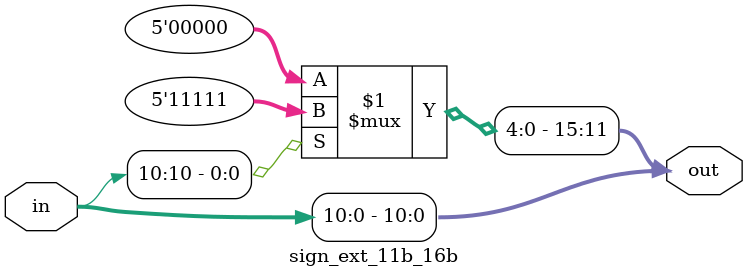
<source format=v>
`timescale 1ns / 1ps

module sign_ext_11b_16b(
	input [10:0] in,
	output [15:0] out
	);	
	assign out[10:0]  = in;
	assign out[15:11] = (in[10]) ? 5'b11111 : 5'b00000;
endmodule

</source>
